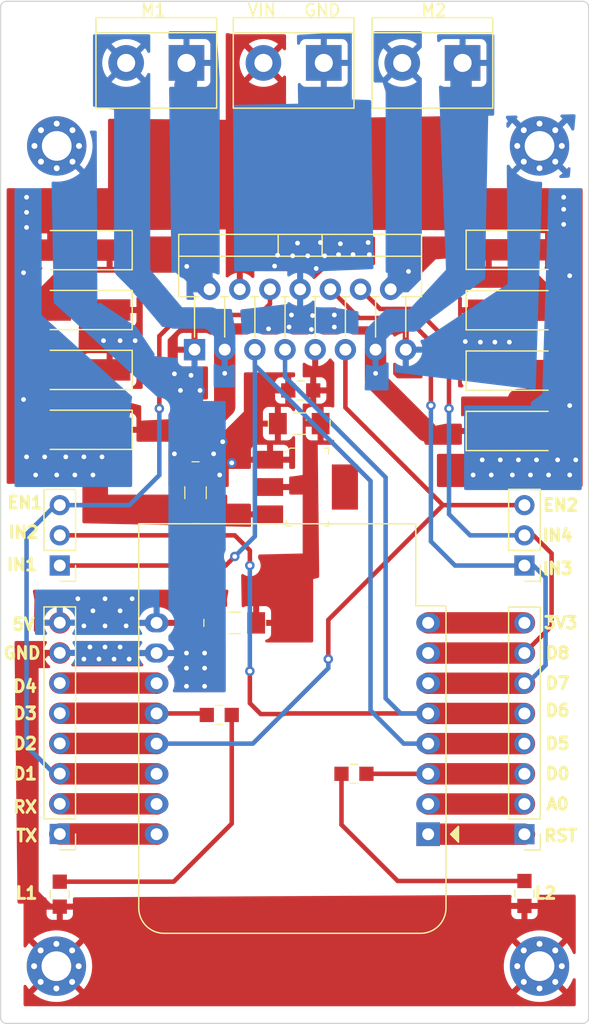
<source format=kicad_pcb>
(kicad_pcb (version 20211014) (generator pcbnew)
  (layers (0 "F.Cu" signal) (31 "B.Cu" signal) (34 "B.Paste" user) (35 "F.Paste" user) (36 "B.SilkS" user "B.Silkscreen") (37 "F.SilkS" user "F.Silkscreen") (38 "B.Mask" user) (39 "F.Mask" user) (44 "Edge.Cuts" user))
  (net 0 "")
  (net 1 "GND")
  (net 2 "5V")
  (net 3 "Net-(D2-Pad1)")
  (net 4 "12_Vin")
  (net 5 "Net-(D4-Pad1)")
  (net 6 "Net-(D6-Pad1)")
  (net 7 "Net-(D8-Pad1)")
  (net 8 "Net-(D10-Pad2)")
  (net 9 "Net-(D11-Pad2)")
  (net 10 "IN1{slash}D5")
  (net 11 "IN2{slash}D6")
  (net 12 "EN1{slash}D1")
  (net 13 "IN3{slash}D7")
  (net 14 "IN4{slash}D8")
  (net 15 "EN2{slash}D2")
  (net 16 "RST")
  (net 17 "A0")
  (net 18 "D0")
  (net 19 "3V3")
  (net 20 "TX")
  (net 21 "RX")
  (net 22 "D3")
  (net 23 "D4")
  (net 24 "5V_MD")
  (footprint "Connector_PinHeader_2.54mm:PinHeader_1x08_P2.54mm_Vertical" (layer "F.Cu") (at 93.98 116.063 180)
    (fp_text reference "J11" hide)
    (fp_text value "Conn_01x08_Female" hide)
  )
  (footprint "digikey-footprints:SOT-223" (layer "F.Cu") (at 114.833 86.868 -90)
    (fp_text reference "U6" hide)
    (fp_text value "AMS1117-5.0" hide)
  )
  (footprint "Diode_SMD:D_SMA_Handsoldering" (layer "F.Cu") (at 132.588 66.91)
    (fp_text reference "D8" hide)
    (fp_text value "DIODE" hide)
  )
  (footprint "TerminalBlock:TerminalBlock_bornier-2_P5.08mm" (layer "F.Cu") (at 116.205 51.181 180)
    (fp_text reference "J13" hide)
    (fp_text value "Screw_Terminal_01x02" hide)
  )
  (footprint "Diode_SMD:D_SMA_Handsoldering" (layer "F.Cu") (at 95.678 82.05169 180)
    (fp_text reference "D4" hide)
    (fp_text value "DIODE" hide)
  )
  (footprint "Diode_SMD:D_SMA_Handsoldering" (layer "F.Cu") (at 132.588 82.15)
    (fp_text reference "D6" hide)
    (fp_text value "DIODE" hide)
  )
  (footprint "Module:WEMOS_D1_mini_light" (layer "F.Cu") (at 124.991 116.078 180)
    (fp_text reference "U4" hide)
    (fp_text value "WeMos_D1_mini" hide)
  )
  (footprint "Package_TO_SOT_THT:TO-220-15_P2.54x2.54mm_StaggerOdd_Lead4.58mm_Vertical" (layer "F.Cu") (at 105.325 75.309)
    (fp_text reference "U2" hide)
    (fp_text value "L298N" hide)
  )
  (footprint "MountingHole:MountingHole_2.5mm_Pad_Via" (layer "F.Cu") (at 134.366 58.166)
    (fp_text reference "REF**" hide)
    (fp_text value "MountingHole_2.5mm_Pad_Via" hide)
  )
  (footprint "digikey-footprints:0805" (layer "F.Cu") (at 107.408 106.045 180)
    (fp_text reference "R12" hide)
    (fp_text value "1k" hide)
  )
  (footprint "MountingHole:MountingHole_2.5mm_Pad_Via" (layer "F.Cu") (at 134.366 127.182825)
    (fp_text reference "REF**" hide)
    (fp_text value "MountingHole_2.5mm_Pad_Via" hide)
  )
  (footprint "Diode_SMD:D_SMA_Handsoldering" (layer "F.Cu") (at 132.588 71.99)
    (fp_text reference "D9" hide)
    (fp_text value "DIODE" hide)
  )
  (footprint "Diode_SMD:D_SMA_Handsoldering" (layer "F.Cu") (at 95.678 71.97323 180)
    (fp_text reference "D3" hide)
    (fp_text value "DIODE" hide)
  )
  (footprint "MountingHole:MountingHole_2.5mm_Pad_Via" (layer "F.Cu") (at 93.696 127.182825)
    (fp_text reference "REF**" hide)
    (fp_text value "MountingHole_2.5mm_Pad_Via" hide)
  )
  (footprint "digikey-footprints:1206" (layer "F.Cu") (at 114.139 81.534 180)
    (fp_text reference "C7" hide)
    (fp_text value "47uF" hide)
  )
  (footprint "Connector_PinHeader_2.54mm:PinHeader_1x08_P2.54mm_Vertical" (layer "F.Cu") (at 133.096 116.078 180)
    (fp_text reference "J8" hide)
    (fp_text value "Conn_01x08_Female" hide)
  )
  (footprint "Connector_PinHeader_2.54mm:PinHeader_1x03_P2.54mm_Vertical" (layer "F.Cu") (at 133.096 93.472 180)
    (fp_text reference "J4" hide)
    (fp_text value "Conn_01x03_Male" hide)
  )
  (footprint "digikey-footprints:0805" (layer "F.Cu") (at 133.096 121.065 90)
    (fp_text reference "D10" hide)
    (fp_text value "LED" hide)
  )
  (footprint "Diode_SMD:D_SMA_Handsoldering" (layer "F.Cu") (at 132.588 77.07)
    (fp_text reference "D7" hide)
    (fp_text value "DIODE" hide)
  )
  (footprint "Connector_PinHeader_2.54mm:PinHeader_1x03_P2.54mm_Vertical" (layer "F.Cu") (at 93.98 93.472 180)
    (fp_text reference "J3" hide)
    (fp_text value "Conn_01x03_Male" hide)
  )
  (footprint "digikey-footprints:1206" (layer "F.Cu") (at 105.41 87.342 90)
    (fp_text reference "C9" hide)
    (fp_text value "47uF" hide)
  )
  (footprint "digikey-footprints:0805" (layer "F.Cu") (at 114.266 78.74 180)
    (fp_text reference "C8" hide)
    (fp_text value "100nF" hide)
  )
  (footprint "TerminalBlock:TerminalBlock_bornier-2_P5.08mm" (layer "F.Cu") (at 127.889 51.181 180)
    (fp_text reference "J7" hide)
    (fp_text value "M2" hide)
  )
  (footprint "MountingHole:MountingHole_2.5mm_Pad_Via" (layer "F.Cu") (at 93.726 58.166)
    (fp_text reference "REF**" hide)
    (fp_text value "MountingHole_2.5mm_Pad_Via" hide)
  )
  (footprint "digikey-footprints:1206" (layer "F.Cu") (at 108.712 98.298 180)
    (fp_text reference "F2" hide)
    (fp_text value "Fuse" hide)
  )
  (footprint "digikey-footprints:0805" (layer "F.Cu") (at 118.745 110.998)
    (fp_text reference "R11" hide)
    (fp_text value "1k" hide)
  )
  (footprint "TerminalBlock:TerminalBlock_bornier-2_P5.08mm" (layer "F.Cu") (at 104.648 51.181 180)
    (fp_text reference "J6" hide)
    (fp_text value "M1" hide)
  )
  (footprint "Diode_SMD:D_SMA_Handsoldering" (layer "F.Cu") (at 95.678 66.934 180)
    (fp_text reference "D2" hide)
    (fp_text value "DIODE" hide)
  )
  (footprint "Diode_SMD:D_SMA_Handsoldering" (layer "F.Cu") (at 95.678 77.01246 180)
    (fp_text reference "D5" hide)
    (fp_text value "DIODE" hide)
  )
  (footprint "digikey-footprints:0805" (layer "F.Cu") (at 93.98 121.124 90)
    (fp_text reference "D11" hide)
    (fp_text value "LED" hide)
  )
  (gr_line (start 138.5 99.5) (end 138.5 111) (layer "Edge.Cuts") (width 0.1))
  (gr_arc (start 89 46.5) (mid 89.146447 46.146447) (end 89.5 46) (layer "Edge.Cuts") (width 0.1))
  (gr_line (start 138.5 123) (end 138.5 131.5) (layer "Edge.Cuts") (width 0.1))
  (gr_arc (start 138.5 131.5) (mid 138.353553 131.853553) (end 138 132) (layer "Edge.Cuts") (width 0.1))
  (gr_line (start 138.5 63.5) (end 138.5 77) (layer "Edge.Cuts") (width 0.1))
  (gr_line (start 138.5 77) (end 138.5 88) (layer "Edge.Cuts") (width 0.1))
  (gr_line (start 138.5 111) (end 138.5 123) (layer "Edge.Cuts") (width 0.1))
  (gr_line (start 134 132) (end 138 132) (layer "Edge.Cuts") (width 0.1))
  (gr_line (start 138.5 88) (end 138.5 99.5) (layer "Edge.Cuts") (width 0.1))
  (gr_arc (start 138 46) (mid 138.353553 46.146447) (end 138.5 46.5) (layer "Edge.Cuts") (width 0.1))
  (gr_line (start 89.5 132) (end 91 132) (layer "Edge.Cuts") (width 0.1))
  (gr_line (start 134 132) (end 121 132) (layer "Edge.Cuts") (width 0.1))
  (gr_line (start 138.5 51) (end 138.5 46.5) (layer "Edge.Cuts") (width 0.1))
  (gr_line (start 89 131.5) (end 89 130.5) (layer "Edge.Cuts") (width 0.1))
  (gr_line (start 105 132) (end 121 132) (layer "Edge.Cuts") (width 0.1))
  (gr_line (start 89 46.5) (end 89 130.5) (layer "Edge.Cuts") (width 0.1))
  (gr_arc (start 89.5 132) (mid 89.146447 131.853553) (end 89 131.5) (layer "Edge.Cuts") (width 0.1))
  (gr_line (start 91 132) (end 105 132) (layer "Edge.Cuts") (width 0.1))
  (gr_line (start 138 46) (end 89.5 46) (layer "Edge.Cuts") (width 0.1))
  (gr_line (start 138.5 51) (end 138.5 63.5) (layer "Edge.Cuts") (width 0.1))
  (gr_text "VIN\n" (at 110.998 46.736) (layer "F.SilkS") (effects (font (size 1 1))))
  (gr_text "A0" (at 135.89 113.538) (layer "F.SilkS") (effects (font (size 1 1) (thickness 0.25))))
  (gr_text "5V" (at 90.932 98.425) (layer "F.SilkS") (effects (font (size 1 1) (thickness 0.25))))
  (gr_text "D1" (at 91.059 110.998) (layer "F.SilkS") (effects (font (size 1 1) (thickness 0.25))))
  (gr_text "M1" (at 101.854 46.736) (layer "F.SilkS") (effects (font (size 1 1))))
  (gr_text "M2\n" (at 125.476 46.736) (layer "F.SilkS") (effects (font (size 1 1))))
  (gr_text "L2" (at 134.874 121.031) (layer "F.SilkS") (effects (font (size 1 1) (thickness 0.25))))
  (gr_text "D8\n" (at 135.89 100.838) (layer "F.SilkS") (effects (font (size 1 1) (thickness 0.25))))
  (gr_text "GND\n" (at 116.078 46.736) (layer "F.SilkS") (effects (font (size 1 1))))
  (gr_text "TX" (at 91.186 116.205) (layer "F.SilkS") (effects (font (size 1 1) (thickness 0.25))))
  (gr_text "IN3\n" (at 135.89 93.726) (layer "F.SilkS") (effects (font (size 1 1) (thickness 0.25))))
  (gr_text "EN1\n" (at 91.06 88.178) (layer "F.SilkS") (effects (font (size 1 1) (thickness 0.25))))
  (gr_text "D6\n" (at 135.89 105.664) (layer "F.SilkS") (effects (font (size 1 1) (thickness 0.25))))
  (gr_text "D7\n" (at 135.89 103.378) (layer "F.SilkS") (effects (font (size 1 1) (thickness 0.25))))
  (gr_text "D4" (at 91.059 103.632) (layer "F.SilkS") (effects (font (size 1 1) (thickness 0.25))))
  (gr_text "RST" (at 136.144 116.205) (layer "F.SilkS") (effects (font (size 1 1) (thickness 0.25))))
  (gr_text "IN2\n" (at 90.932 90.678) (layer "F.SilkS") (effects (font (size 1 1) (thickness 0.25))))
  (gr_text "L1" (at 91.186 121.031) (layer "F.SilkS") (effects (font (size 1 1) (thickness 0.25))))
  (gr_text "3V3" (at 136.144 98.298) (layer "F.SilkS") (effects (font (size 1 1) (thickness 0.25))))
  (gr_text "IN4\n" (at 135.89 90.932) (layer "F.SilkS") (effects (font (size 1 1) (thickness 0.25))))
  (gr_text "IN1" (at 90.806 93.404) (layer "F.SilkS") (effects (font (size 1 1) (thickness 0.25))))
  (gr_text "D2" (at 91.059 108.458) (layer "F.SilkS") (effects (font (size 1 1) (thickness 0.25))))
  (gr_text "RX" (at 91.059 113.792) (layer "F.SilkS") (effects (font (size 1 1) (thickness 0.25))))
  (gr_text "GND\n" (at 90.805 100.838) (layer "F.SilkS") (effects (font (size 1 1) (thickness 0.25))))
  (gr_text "D0" (at 135.89 110.998) (layer "F.SilkS") (effects (font (size 1 1) (thickness 0.25))))
  (gr_text "EN2" (at 136.144 88.392) (layer "F.SilkS") (effects (font (size 1 1) (thickness 0.25))))
  (gr_text "D3" (at 91.059 105.918) (layer "F.SilkS") (effects (font (size 1 1) (thickness 0.25))))
  (gr_text "D5" (at 135.89 108.458) (layer "F.SilkS") (effects (font (size 1 1) (thickness 0.25))))
  (segment (start 107.696 83.058) (end 109.206 84.568) (width 0.381) (layer "F.Cu") (net 1))
  (segment (start 93.98 100.823) (end 92.979 100.823) (width 0.381) (layer "F.Cu") (net 1))
  (segment (start 93.218 122.174) (end 93.98 122.174) (width 0.381) (layer "F.Cu") (net 1))
  (segment (start 91.9988 101.8032) (end 91.9988 120.9548) (width 0.381) (layer "F.Cu") (net 1))
  (segment (start 109.206 84.568) (end 111.683 84.568) (width 0.381) (layer "F.Cu") (net 1))
  (segment (start 92.979 100.823) (end 91.9988 101.8032) (width 0.381) (layer "F.Cu") (net 1))
  (segment (start 91.9988 120.9548) (end 93.218 122.174) (width 0.381) (layer "F.Cu") (net 1))
  (segment (start 93.995 100.838) (end 93.98 100.823) (width 1.8) (layer "F.Cu") (net 1))
  (segment (start 105.325 75.309) (end 105.325 74.761) (width 0.508) (layer "F.Cu") (net 1))
  (via (at 113.9952 66.3448) (size 0.8) (drill 0.4) (layers "F.Cu" "B.Cu") (net 1))
  (via (at 104.14 78.74) (size 0.8) (drill 0.4) (layers "F.Cu" "B.Cu") (net 1))
  (via (at 106.934 84.074) (size 0.8) (drill 0.4) (layers "F.Cu" "B.Cu") (net 1))
  (via (at 129.3876 74.676) (size 0.8) (drill 0.4) (layers "F.Cu" "B.Cu") (net 1))
  (via (at 105.029 77.47) (size 0.8) (drill 0.4) (layers "F.Cu" "B.Cu") (net 1))
  (via (at 96.012 101.346) (size 0.8) (drill 0.4) (layers "F.Cu" "B.Cu") (net 1))
  (via (at 107.442 85.852) (size 0.8) (drill 0.4) (layers "F.Cu" "B.Cu") (net 1))
  (via (at 97.663 74.549) (size 0.8) (drill 0.4) (layers "F.Cu" "B.Cu") (net 1))
  (via (at 117.094 73.406) (size 0.8) (drill 0.4) (layers "F.Cu" "B.Cu") (net 1))
  (via (at 131.826 74.676) (size 0.8) (drill 0.4) (layers "F.Cu" "B.Cu") (net 1))
  (via (at 106.172 100.838) (size 0.8) (drill 0.4) (layers "F.Cu" "B.Cu") (net 1))
  (via (at 103.632 77.343) (size 0.8) (drill 0.4) (layers "F.Cu" "B.Cu") (net 1))
  (via (at 115.57 68.4784) (size 0.8) (drill 0.4) (layers "F.Cu" "B.Cu") (net 1))
  (via (at 130.6068 74.676) (size 0.8) (drill 0.4) (layers "F.Cu" "B.Cu") (net 1))
  (via (at 115.2652 72.4408) (size 0.8) (drill 0.4) (layers "F.Cu" "B.Cu") (net 1))
  (via (at 99.06 74.549) (size 0.8) (drill 0.4) (layers "F.Cu" "B.Cu") (net 1))
  (via (at 114.8588 67.4116) (size 0.8) (drill 0.4) (layers "F.Cu" "B.Cu") (net 1))
  (via (at 104.648 102.108) (size 0.8) (drill 0.4) (layers "F.Cu" "B.Cu") (net 1))
  (via (at 97.79 100.33) (size 0.8) (drill 0.4) (layers "F.Cu" "B.Cu") (net 1))
  (via (at 105.791 78.74) (size 0.8) (drill 0.4) (layers "F.Cu" "B.Cu") (net 1))
  (via (at 112.0648 68.2752) (size 0.8) (drill 0.4) (layers "F.Cu" "B.Cu") (net 1))
  (via (at 120.0404 67.31) (size 0.8) (drill 0.4) (layers "F.Cu" "B.Cu") (net 1))
  (via (at 112.3188 67.3608) (size 0.8) (drill 0.4) (layers "F.Cu" "B.Cu") (net 1))
  (via (at 99.06 100.33) (size 0.8) (drill 0.4) (layers "F.Cu" "B.Cu") (net 1))
  (via (at 106.172 102.108) (size 0.8) (drill 0.4) (layers "F.Cu" "B.Cu") (net 1))
  (via (at 99.822 101.346) (size 0.8) (drill 0.4) (layers "F.Cu" "B.Cu") (net 1))
  (via (at 98.552 101.346) (size 0.8) (drill 0.4) (layers "F.Cu" "B.Cu") (net 1))
  (via (at 116.2812 67.4116) (size 0.8) (drill 0.4) (layers "F.Cu" "B.Cu") (net 1))
  (via (at 100.33 74.549) (size 0.8) (drill 0.4) (layers "F.Cu" "B.Cu") (net 1))
  (via (at 113.5888 67.4116) (size 0.8) (drill 0.4) (layers "F.Cu" "B.Cu") (net 1))
  (via (at 104.648 103.632) (size 0.8) (drill 0.4) (layers "F.Cu" "B.Cu") (net 1))
  (via (at 107.696 83.058) (size 0.8) (drill 0.4) (layers "F.Cu" "B.Cu") (net 1))
  (via (at 117.602 66.3956) (size 0.8) (drill 0.4) (layers "F.Cu" "B.Cu") (net 1))
  (via (at 117.094 72.39) (size 0.8) (drill 0.4) (layers "F.Cu" "B.Cu") (net 1))
  (via (at 115.9256 66.294) (size 0.8) (drill 0.4) (layers "F.Cu" "B.Cu") (net 1))
  (via (at 111.5568 73.5584) (size 0.8) (drill 0.4) (layers "F.Cu" "B.Cu") (net 1))
  (via (at 119.9388 66.294) (size 0.8) (drill 0.4) (layers "F.Cu" "B.Cu") (net 1))
  (via (at 104.648 100.838) (size 0.8) (drill 0.4) (layers "F.Cu" "B.Cu") (net 1))
  (via (at 97.282 101.346) (size 0.8) (drill 0.4) (layers "F.Cu" "B.Cu") (net 1))
  (via (at 113.284 73.406) (size 0.8) (drill 0.4) (layers "F.Cu" "B.Cu") (net 1))
  (via (at 106.172 103.632) (size 0.8) (drill 0.4) (layers "F.Cu" "B.Cu") (net 1))
  (via (at 113.4872 72.39) (size 0.8) (drill 0.4) (layers "F.Cu" "B.Cu") (net 1))
  (via (at 108.458 84.836) (size 0.8) (drill 0.4) (layers "F.Cu" "B.Cu") (net 1))
  (via (at 117.4496 67.31) (size 0.8) (drill 0.4) (layers "F.Cu" "B.Cu") (net 1))
  (via (at 103.632 84.074) (size 0.8) (drill 0.4) (layers "F.Cu" "B.Cu") (net 1))
  (via (at 96.52 100.33) (size 0.8) (drill 0.4) (layers "F.Cu" "B.Cu") (net 1))
  (via (at 128.1176 74.6252) (size 0.8) (drill 0.4) (layers "F.Cu" "B.Cu") (net 1))
  (via (at 118.6688 67.31) (size 0.8) (drill 0.4) (layers "F.Cu" "B.Cu") (net 1))
  (via (at 115.1636 73.6092) (size 0.8) (drill 0.4) (layers "F.Cu" "B.Cu") (net 1))
  (segment (start 116.078 51.308) (end 116.205 51.181) (width 1.8) (layer "B.Cu") (net 1))
  (segment (start 93.995 98.298) (end 93.98 98.283) (width 1.8) (layer "F.Cu") (net 2))
  (via (at 97.79 96.266) (size 0.8) (drill 0.4) (layers "F.Cu" "B.Cu") (net 2))
  (via (at 99.06 97.282) (size 0.8) (drill 0.4) (layers "F.Cu" "B.Cu") (net 2))
  (via (at 96.774 97.282) (size 0.8) (drill 0.4) (layers "F.Cu" "B.Cu") (net 2))
  (via (at 97.79 98.552) (size 0.8) (drill 0.4) (layers "F.Cu" "B.Cu") (net 2))
  (via (at 95.504 96.266) (size 0.8) (drill 0.4) (layers "F.Cu" "B.Cu") (net 2))
  (via (at 99.568 98.552) (size 0.8) (drill 0.4) (layers "F.Cu" "B.Cu") (net 2))
  (via (at 96.012 98.552) (size 0.8) (drill 0.4) (layers "F.Cu" "B.Cu") (net 2))
  (via (at 100.076 96.266) (size 0.8) (drill 0.4) (layers "F.Cu" "B.Cu") (net 2))
  (segment (start 93.178 70.525) (end 94.234 69.469) (width 1.8) (layer "F.Cu") (net 3))
  (segment (start 103.3 66.934) (end 104.67 68.304) (width 1.8) (layer "F.Cu") (net 3))
  (segment (start 98.178 66.934) (end 100.462 66.934) (width 0.381) (layer "F.Cu") (net 3))
  (segment (start 93.178 71.97323) (end 93.178 70.525) (width 1.8) (layer "F.Cu") (net 3))
  (segment (start 104.67 68.304) (end 106.595 70.229) (width 1.8) (layer "F.Cu") (net 3))
  (segment (start 94.234 69.469) (end 95.885 69.469) (width 1.8) (layer "F.Cu") (net 3))
  (via (at 104.67 68.304) (size 0.8) (drill 0.4) (layers "F.Cu" "B.Cu") (net 3))
  (segment (start 104.819 68.453) (end 104.648 68.453) (width 1.8) (layer "B.Cu") (net 3))
  (segment (start 104.648 52.959) (end 104.648 51.181) (width 1.8) (layer "B.Cu") (net 3))
  (segment (start 104.521 53.086) (end 104.648 52.959) (width 1.8) (layer "B.Cu") (net 3))
  (segment (start 104.521 68.326) (end 104.521 53.086) (width 1.8) (layer "B.Cu") (net 3))
  (segment (start 104.648 68.453) (end 104.521 68.326) (width 1.8) (layer "B.Cu") (net 3))
  (segment (start 106.595 70.229) (end 104.819 68.453) (width 1.8) (layer "B.Cu") (net 3))
  (via (at 136.906 85.852) (size 0.8) (drill 0.4) (layers "F.Cu" "B.Cu") (net 4))
  (via (at 90.932 68.834) (size 0.8) (drill 0.4) (layers "F.Cu" "B.Cu") (net 4))
  (via (at 94.488 84.328) (size 0.8) (drill 0.4) (layers "F.Cu" "B.Cu") (net 4))
  (via (at 134.112 84.582) (size 0.8) (drill 0.4) (layers "F.Cu" "B.Cu") (net 4))
  (via (at 91.948 85.852) (size 0.8) (drill 0.4) (layers "F.Cu" "B.Cu") (net 4))
  (via (at 131.064 84.582) (size 0.8) (drill 0.4) (layers "F.Cu" "B.Cu") (net 4))
  (via (at 130.302 85.852) (size 0.8) (drill 0.4) (layers "F.Cu" "B.Cu") (net 4))
  (via (at 136.398 63.5) (size 0.8) (drill 0.4) (layers "F.Cu" "B.Cu") (net 4))
  (via (at 91.186 65.024) (size 0.8) (drill 0.4) (layers "F.Cu" "B.Cu") (net 4))
  (via (at 93.726 85.852) (size 0.8) (drill 0.4) (layers "F.Cu" "B.Cu") (net 4))
  (via (at 135.89 84.582) (size 0.8) (drill 0.4) (layers "F.Cu" "B.Cu") (net 4))
  (via (at 96.012 84.328) (size 0.8) (drill 0.4) (layers "F.Cu" "B.Cu") (net 4))
  (via (at 132.08 85.852) (size 0.8) (drill 0.4) (layers "F.Cu" "B.Cu") (net 4))
  (via (at 132.588 84.582) (size 0.8) (drill 0.4) (layers "F.Cu" "B.Cu") (net 4))
  (via (at 92.71 84.328) (size 0.8) (drill 0.4) (layers "F.Cu" "B.Cu") (net 4))
  (via (at 133.604 85.852) (size 0.8) (drill 0.4) (layers "F.Cu" "B.Cu") (net 4))
  (via (at 91.186 84.328) (size 0.8) (drill 0.4) (layers "F.Cu" "B.Cu") (net 4))
  (via (at 136.906 80.01) (size 0.8) (drill 0.4) (layers "F.Cu" "B.Cu") (net 4))
  (via (at 91.186 63.754) (size 0.8) (drill 0.4) (layers "F.Cu" "B.Cu") (net 4))
  (via (at 90.932 79.502) (size 0.8) (drill 0.4) (layers "F.Cu" "B.Cu") (net 4))
  (via (at 91.186 62.484) (size 0.8) (drill 0.4) (layers "F.Cu" "B.Cu") (net 4))
  (via (at 128.778 85.852) (size 0.8) (drill 0.4) (layers "F.Cu" "B.Cu") (net 4))
  (via (at 137.414 84.582) (size 0.8) (drill 0.4) (layers "F.Cu" "B.Cu") (net 4))
  (via (at 129.54 84.582) (size 0.8) (drill 0.4) (layers "F.Cu" "B.Cu") (net 4))
  (via (at 96.774 85.852) (size 0.8) (drill 0.4) (layers "F.Cu" "B.Cu") (net 4))
  (via (at 97.536 84.328) (size 0.8) (drill 0.4) (layers "F.Cu" "B.Cu") (net 4))
  (via (at 135.128 85.852) (size 0.8) (drill 0.4) (layers "F.Cu" "B.Cu") (net 4))
  (via (at 136.906 69.088) (size 0.8) (drill 0.4) (layers "F.Cu" "B.Cu") (net 4))
  (via (at 136.398 64.77) (size 0.8) (drill 0.4) (layers "F.Cu" "B.Cu") (net 4))
  (via (at 136.398 62.484) (size 0.8) (drill 0.4) (layers "F.Cu" "B.Cu") (net 4))
  (via (at 95.25 85.852) (size 0.8) (drill 0.4) (layers "F.Cu" "B.Cu") (net 4))
  (segment (start 93.178 78.7) (end 94.107 79.629) (width 1.8) (layer "F.Cu") (net 5))
  (segment (start 105.90831 82.05169) (end 107.865 80.095) (width 1.8) (layer "F.Cu") (net 5))
  (segment (start 98.178 82.049) (end 98.178 82.05169) (width 1.8) (layer "F.Cu") (net 5))
  (segment (start 107.865 80.095) (end 107.865 77.301) (width 1.8) (layer "F.Cu") (net 5))
  (segment (start 93.178 77.01246) (end 93.178 78.7) (width 1.8) (layer "F.Cu") (net 5))
  (segment (start 107.865 77.301) (end 107.865 75.309) (width 1.8) (layer "F.Cu") (net 5))
  (segment (start 94.107 79.629) (end 95.758 79.629) (width 1.8) (layer "F.Cu") (net 5))
  (via (at 107.865 77.301) (size 0.8) (drill 0.4) (layers "F.Cu" "B.Cu") (net 5))
  (segment (start 107.865 73.829) (end 106.68 72.644) (width 1.8) (layer "B.Cu") (net 5))
  (segment (start 107.865 75.309) (end 107.865 73.829) (width 1.8) (layer "B.Cu") (net 5))
  (segment (start 103.632 72.644) (end 99.441 68.453) (width 1.8) (layer "B.Cu") (net 5))
  (segment (start 106.68 72.644) (end 103.632 72.644) (width 1.8) (layer "B.Cu") (net 5))
  (segment (start 124.822 82.15) (end 120.565 77.893) (width 1.8) (layer "F.Cu") (net 6))
  (segment (start 120.565 77.301) (end 120.565 75.309) (width 1.8) (layer "F.Cu") (net 6))
  (segment (start 130.088 82.002) (end 130.088 82.15) (width 1.8) (layer "F.Cu") (net 6))
  (segment (start 133.604 79.502) (end 132.588 79.502) (width 1.8) (layer "F.Cu") (net 6))
  (segment (start 120.565 77.893) (end 120.565 77.301) (width 1.8) (layer "F.Cu") (net 6))
  (segment (start 135.088 77.07) (end 135.088 78.018) (width 1.8) (layer "F.Cu") (net 6))
  (segment (start 135.088 78.018) (end 133.604 79.502) (width 1.8) (layer "F.Cu") (net 6))
  (via (at 120.565 77.301) (size 0.8) (drill 0.4) (layers "F.Cu" "B.Cu") (net 6))
  (segment (start 120.565 74.036208) (end 121.703208 72.898) (width 1.8) (layer "B.Cu") (net 6))
  (segment (start 123.698 72.898) (end 127.635 68.961) (width 1.8) (layer "B.Cu") (net 6))
  (segment (start 127.762 51.308) (end 127.889 51.181) (width 1.8) (layer "B.Cu") (net 6))
  (segment (start 127.762 68.834) (end 127.762 51.308) (width 1.8) (layer "B.Cu") (net 6))
  (segment (start 121.703208 72.898) (end 123.698 72.898) (width 1.8) (layer "B.Cu") (net 6))
  (segment (start 120.565 75.309) (end 120.565 74.036208) (width 1.8) (layer "B.Cu") (net 6))
  (segment (start 135.088 71.08) (end 135.088 71.99) (width 1.8) (layer "F.Cu") (net 7))
  (segment (start 125.154 66.91) (end 123.337 68.727) (width 1.8) (layer "F.Cu") (net 7))
  (segment (start 133.731 69.723) (end 135.088 71.08) (width 1.8) (layer "F.Cu") (net 7))
  (segment (start 131.953 69.723) (end 133.731 69.723) (width 1.8) (layer "F.Cu") (net 7))
  (segment (start 123.337 68.727) (end 121.835 70.229) (width 1.8) (layer "F.Cu") (net 7))
  (via (at 123.337 68.727) (size 0.8) (drill 0.4) (layers "F.Cu" "B.Cu") (net 7))
  (segment (start 121.835 70.229) (end 122.682 69.382) (width 1.8) (layer "B.Cu") (net 7))
  (segment (start 122.682 51.308) (end 122.809 51.181) (width 1.8) (layer "B.Cu") (net 7))
  (segment (start 133.096 120.015) (end 122.428 120.015) (width 0.381) (layer "F.Cu") (net 8))
  (segment (start 122.428 120.015) (end 117.695 115.282) (width 0.381) (layer "F.Cu") (net 8))
  (segment (start 117.695 115.282) (end 117.695 110.998) (width 0.381) (layer "F.Cu") (net 8))
  (segment (start 93.98 120.074) (end 103.573 120.074) (width 0.381) (layer "F.Cu") (net 9))
  (segment (start 103.573 120.074) (end 108.458 115.189) (width 0.381) (layer "F.Cu") (net 9))
  (segment (start 108.458 115.189) (end 108.458 106.045) (width 0.381) (layer "F.Cu") (net 9))
  (segment (start 107.95 93.472) (end 93.98 93.472) (width 0.381) (layer "F.Cu") (net 10))
  (segment (start 108.712 92.71) (end 107.95 93.472) (width 0.381) (layer "F.Cu") (net 10))
  (segment (start 124.991 108.458) (end 133.096 108.458) (width 1.8) (layer "F.Cu") (net 10))
  (via (at 108.712 92.71) (size 0.8) (drill 0.4) (layers "F.Cu" "B.Cu") (net 10))
  (segment (start 110.405 76.623) (end 110.405 75.309) (width 0.381) (layer "B.Cu") (net 10))
  (segment (start 122.936 108.458) (end 120.142 105.664) (width 0.381) (layer "B.Cu") (net 10))
  (segment (start 120.142 105.664) (end 120.142 86.36) (width 0.381) (layer "B.Cu") (net 10))
  (segment (start 124.991 108.458) (end 122.936 108.458) (width 0.381) (layer "B.Cu") (net 10))
  (segment (start 110.405 91.017) (end 110.405 75.309) (width 0.381) (layer "B.Cu") (net 10))
  (segment (start 108.712 92.71) (end 110.405 91.017) (width 0.381) (layer "B.Cu") (net 10))
  (segment (start 120.142 86.36) (end 110.405 76.623) (width 0.381) (layer "B.Cu") (net 10))
  (segment (start 124.991 105.918) (end 133.096 105.918) (width 1.8) (layer "F.Cu") (net 11))
  (segment (start 124.991 105.918) (end 112.8776 105.918) (width 0.381) (layer "F.Cu") (net 11))
  (segment (start 109.982 105.0544) (end 109.982 102.362) (width 0.381) (layer "F.Cu") (net 11))
  (segment (start 112.8268 105.9688) (end 110.8964 105.9688) (width 0.381) (layer "F.Cu") (net 11))
  (segment (start 112.8776 105.918) (end 112.8268 105.9688) (width 0.381) (layer "F.Cu") (net 11))
  (segment (start 109.982 93.472) (end 109.982 92.202) (width 0.381) (layer "F.Cu") (net 11))
  (segment (start 108.712 90.932) (end 93.98 90.932) (width 0.381) (layer "F.Cu") (net 11))
  (segment (start 110.8964 105.9688) (end 109.982 105.0544) (width 0.381) (layer "F.Cu") (net 11))
  (segment (start 109.982 92.202) (end 108.712 90.932) (width 0.381) (layer "F.Cu") (net 11))
  (via (at 109.982 102.362) (size 0.8) (drill 0.4) (layers "F.Cu" "B.Cu") (net 11))
  (via (at 109.982 93.472) (size 0.8) (drill 0.4) (layers "F.Cu" "B.Cu") (net 11))
  (segment (start 124.991 105.918) (end 122.682 105.918) (width 0.381) (layer "B.Cu") (net 11))
  (segment (start 122.682 105.918) (end 121.412 104.648) (width 0.381) (layer "B.Cu") (net 11))
  (segment (start 109.982 93.472) (end 109.982 102.362) (width 0.381) (layer "B.Cu") (net 11))
  (segment (start 121.412 86.0552) (end 112.945 77.5882) (width 0.381) (layer "B.Cu") (net 11))
  (segment (start 112.945 77.5882) (end 112.945 75.309) (width 0.381) (layer "B.Cu") (net 11))
  (segment (start 121.412 104.648) (end 121.412 86.0552) (width 0.381) (layer "B.Cu") (net 11))
  (segment (start 104.14 72.39) (end 102.362 74.168) (width 0.381) (layer "F.Cu") (net 12))
  (segment (start 111.675 70.229) (end 111.675 71.459) (width 0.381) (layer "F.Cu") (net 12))
  (segment (start 102.362 74.168) (end 102.362 80.264) (width 0.381) (layer "F.Cu") (net 12))
  (segment (start 110.744 72.39) (end 104.14 72.39) (width 0.381) (layer "F.Cu") (net 12))
  (segment (start 111.675 71.459) (end 110.998 72.136) (width 0.381) (layer "F.Cu") (net 12))
  (segment (start 93.995 110.998) (end 93.98 110.983) (width 1.8) (layer "F.Cu") (net 12))
  (segment (start 110.998 72.136) (end 110.744 72.39) (width 0.381) (layer "F.Cu") (net 12))
  (segment (start 102.131 110.998) (end 93.995 110.998) (width 1.8) (layer "F.Cu") (net 12))
  (via (at 102.362 80.264) (size 0.8) (drill 0.4) (layers "F.Cu" "B.Cu") (net 12))
  (segment (start 99.837 88.392) (end 93.98 88.392) (width 0.381) (layer "B.Cu") (net 12))
  (segment (start 102.362 80.264) (end 102.362 85.867) (width 0.381) (layer "B.Cu") (net 12))
  (segment (start 93.5078 110.983) (end 93.98 110.983) (width 0.381) (layer "B.Cu") (net 12))
  (segment (start 91.186 108.6612) (end 93.5078 110.983) (width 0.381) (layer "B.Cu") (net 12))
  (segment (start 102.362 85.867) (end 99.837 88.392) (width 0.381) (layer "B.Cu") (net 12))
  (segment (start 93.6244 88.392) (end 91.186 90.8304) (width 0.381) (layer "B.Cu") (net 12))
  (segment (start 91.186 90.8304) (end 91.186 108.6612) (width 0.381) (layer "B.Cu") (net 12))
  (segment (start 93.98 88.392) (end 93.6244 88.392) (width 0.381) (layer "B.Cu") (net 12))
  (segment (start 119.17 72.644) (end 123.19 72.644) (width 0.381) (layer "F.Cu") (net 13))
  (segment (start 125.222 74.676) (end 125.222 80.01) (width 0.381) (layer "F.Cu") (net 13))
  (segment (start 124.991 103.378) (end 133.096 103.378) (width 1.8) (layer "F.Cu") (net 13))
  (segment (start 116.755 70.229) (end 119.17 72.644) (width 0.381) (layer "F.Cu") (net 13))
  (segment (start 123.19 72.644) (end 125.222 74.676) (width 0.381) (layer "F.Cu") (net 13))
  (via (at 125.222 80.01) (size 0.8) (drill 0.4) (layers "F.Cu" "B.Cu") (net 13))
  (segment (start 133.858 93.472) (end 134.874 94.488) (width 0.381) (layer "B.Cu") (net 13))
  (segment (start 134.874 94.488) (end 134.874 101.854) (width 0.381) (layer "B.Cu") (net 13))
  (segment (start 127.254 93.472) (end 133.858 93.472) (width 0.381) (layer "B.Cu") (net 13))
  (segment (start 125.222 91.44) (end 127.254 93.472) (width 0.381) (layer "B.Cu") (net 13))
  (segment (start 134.874 101.854) (end 133.35 103.378) (width 0.381) (layer "B.Cu") (net 13))
  (segment (start 125.222 80.01) (end 125.222 91.44) (width 0.381) (layer "B.Cu") (net 13))
  (segment (start 133.858 90.932) (end 133.096 90.932) (width 0.381) (layer "F.Cu") (net 14))
  (segment (start 124.991 100.838) (end 133.096 100.838) (width 1.8) (layer "F.Cu") (net 14))
  (segment (start 120.948 71.882) (end 123.952 71.882) (width 0.381) (layer "F.Cu") (net 14))
  (segment (start 119.295 70.229) (end 120.948 71.882) (width 0.381) (layer "F.Cu") (net 14))
  (segment (start 123.952 71.882) (end 126.746 74.676) (width 0.381) (layer "F.Cu") (net 14))
  (segment (start 135.382 98.552) (end 135.382 92.456) (width 0.381) (layer "F.Cu") (net 14))
  (segment (start 135.382 92.456) (end 133.858 90.932) (width 0.381) (layer "F.Cu") (net 14))
  (segment (start 133.096 100.838) (end 135.382 98.552) (width 0.381) (layer "F.Cu") (net 14))
  (segment (start 126.746 74.676) (end 126.746 80.264) (width 0.381) (layer "F.Cu") (net 14))
  (via (at 126.746 80.264) (size 0.8) (drill 0.4) (layers "F.Cu" "B.Cu") (net 14))
  (segment (start 128.524 90.932) (end 133.096 90.932) (width 0.381) (layer "B.Cu") (net 14))
  (segment (start 126.746 80.264) (end 126.746 89.154) (width 0.381) (layer "B.Cu") (net 14))
  (segment (start 126.746 89.154) (end 128.524 90.932) (width 0.381) (layer "B.Cu") (net 14))
  (segment (start 116.586 101.346) (end 116.586 98.044) (width 0.381) (layer "F.Cu") (net 15))
  (segment (start 93.98 108.443) (end 102.116 108.443) (width 1.8) (layer "F.Cu") (net 15))
  (segment (start 116.586 98.044) (end 126.238 88.392) (width 0.381) (layer "F.Cu") (net 15))
  (segment (start 126.238 88.392) (end 133.096 88.392) (width 0.381) (layer "F.Cu") (net 15))
  (segment (start 118.025 80.179) (end 126.238 88.392) (width 0.381) (layer "F.Cu") (net 15))
  (segment (start 102.116 108.443) (end 102.131 108.458) (width 1.8) (layer "F.Cu") (net 15))
  (segment (start 118.025 75.309) (end 118.025 80.179) (width 0.381) (layer "F.Cu") (net 15))
  (via (at 116.586 101.346) (size 0.8) (drill 0.4) (layers "F.Cu" "B.Cu") (net 15))
  (segment (start 116.586 101.346) (end 116.586 102.108) (width 0.381) (layer "B.Cu") (net 15))
  (segment (start 116.586 102.108) (end 110.236 108.458) (width 0.381) (layer "B.Cu") (net 15))
  (segment (start 110.236 108.458) (end 102.131 108.458) (width 0.381) (layer "B.Cu") (net 15))
  (segment (start 124.991 116.078) (end 133.096 116.078) (width 1.8) (layer "F.Cu") (net 16))
  (segment (start 124.991 113.538) (end 133.096 113.538) (width 1.8) (layer "F.Cu") (net 17))
  (segment (start 124.991 110.998) (end 133.096 110.998) (width 1.8) (layer "F.Cu") (net 18))
  (segment (start 119.795 110.998) (end 124.991 110.998) (width 0.381) (layer "F.Cu") (net 18))
  (segment (start 124.991 98.298) (end 133.096 98.298) (width 1.8) (layer "F.Cu") (net 19))
  (segment (start 93.98 116.063) (end 102.116 116.063) (width 1.8) (layer "F.Cu") (net 20))
  (segment (start 102.116 116.063) (end 102.131 116.078) (width 1.8) (layer "F.Cu") (net 20))
  (segment (start 102.116 113.523) (end 102.131 113.538) (width 1.8) (layer "F.Cu") (net 21))
  (segment (start 93.98 113.523) (end 102.116 113.523) (width 1.8) (layer "F.Cu") (net 21))
  (segment (start 102.116 105.903) (end 102.131 105.918) (width 1.8) (layer "F.Cu") (net 22))
  (segment (start 102.131 105.918) (end 106.231 105.918) (width 0.381) (layer "F.Cu") (net 22))
  (segment (start 93.98 105.903) (end 102.116 105.903) (width 1.8) (layer "F.Cu") (net 22))
  (segment (start 106.231 105.918) (end 106.358 106.045) (width 0.381) (layer "F.Cu") (net 22))
  (segment (start 102.116 103.363) (end 102.131 103.378) (width 1.8) (layer "F.Cu") (net 23))
  (segment (start 93.98 103.363) (end 102.116 103.363) (width 1.8) (layer "F.Cu") (net 23))
  (zone (net 1) (net_name "GND") (layer "F.Cu") (connect_pads (clearance 0.508)) (min_thickness 0.254) (fill yes (thermal_gap 0.508) (thermal_bridge_width 0.508))
    (polygon (pts (xy 132.4864 78.486) (xy 127.508 78.486) (xy 127.508 70.866) (xy 132.4864 70.866)))
  )
  (zone (net 3) (net_name "Net-(D2-Pad1)") (layer "F.Cu") (connect_pads (clearance 0.508)) (min_thickness 0.254) (fill yes (thermal_gap 0.508) (thermal_bridge_width 0.508))
    (polygon (pts (xy 103.632 68.834) (xy 96.774 68.834) (xy 96.774 69.85) (xy 94.996 69.85) (xy 95.25 68.58) (xy 96.266 68.58) (xy 96.266 65.786) (xy 103.632 65.786)))
  )
  (zone (net 5) (net_name "Net-(D4-Pad1)") (layer "F.Cu") (connect_pads (clearance 0.508)) (min_thickness 0.254) (fill yes (thermal_gap 0.508) (thermal_bridge_width 0.508))
    (polygon (pts (xy 96.52 79.248) (xy 98.806 79.502) (xy 100.838 80.01) (xy 100.838 81.28) (xy 105.918 81.026) (xy 105.918 83.058) (xy 96.012 83.058) (xy 96.012 81.026) (xy 96.012 79.248)))
  )
  (zone (net 6) (net_name "Net-(D6-Pad1)") (layer "F.Cu") (connect_pads (clearance 0.508)) (min_thickness 0.254) (fill yes (thermal_gap 0.508) (thermal_bridge_width 0.508))
    (polygon (pts (xy 132.334 79.248) (xy 132.334 82.804) (xy 132.334 83.312) (xy 124.714 83.312) (xy 124.46 82.296) (xy 125.222 81.788) (xy 126.492 81.534) (xy 127.762 81.534) (xy 127.762 79.248) (xy 131.826 79.248)))
  )
  (zone (net 24) (net_name "5V_MD") (layer "F.Cu") (connect_pads (clearance 0.508)) (min_thickness 0.254) (fill yes (thermal_gap 0.508) (thermal_bridge_width 0.508))
    (polygon (pts (xy 117.094 83.312) (xy 115.697 83.312) (xy 115.824 94.488) (xy 115.316 94.615) (xy 115.316 99.949) (xy 109.347 99.949) (xy 109.22 92.583) (xy 114.427 92.456) (xy 114.427 87.503) (xy 110.363 87.503) (xy 110.363 85.852) (xy 113.538 85.979) (xy 114.427 85.852) (xy 114.427 74.676) (xy 117.094 74.676)))
  )
  (zone (net 7) (net_name "Net-(D8-Pad1)") (layer "F.Cu") (connect_pads (clearance 0.508)) (min_thickness 0.254) (fill yes (thermal_gap 0.508) (thermal_bridge_width 0.508))
    (polygon (pts (xy 131.826 70.104) (xy 127.508 70.104) (xy 127.508 67.564) (xy 124.206 67.818) (xy 124.46 65.786) (xy 131.826 65.786)))
  )
  (zone (net 4) (net_name "12_Vin") (layer "F.Cu") (connect_pads (clearance 0.508)) (min_thickness 0.254) (fill yes (thermal_gap 0.508) (thermal_bridge_width 0.508))
    (polygon (pts (xy 108.585 48.768) (xy 113.03 48.768) (xy 113.03 55.886298) (xy 128.778 55.626) (xy 128.778 61.722) (xy 138.049 61.722) (xy 138.049 86.233) (xy 138.176 86.233) (xy 138.176 86.868) (xy 125.73 86.868) (xy 125.73 84.074) (xy 132.842 84.074) (xy 132.842 80.899) (xy 134.747 80.899) (xy 137.16 78.486) (xy 137.16 70.404182) (xy 134.841343 68.507098) (xy 132.461 68.453) (xy 132.461 65.278) (xy 113.03 65.211739) (xy 112.776 65.278) (xy 110.363 66.802) (xy 110.363 71.628) (xy 107.95 71.628) (xy 107.95 65.195963) (xy 95.758 65.278) (xy 95.758 68.072) (xy 92.964 68.072) (xy 90.678 70.358) (xy 90.678 77.978) (xy 92.818085 80.831447) (xy 95.25 80.899) (xy 95.25 83.693) (xy 94.996 83.693) (xy 94.996 83.82) (xy 98.044 83.82) (xy 98.044 87.503) (xy 108.077 87.503) (xy 108.077 88.265) (xy 113.538 88.265) (xy 113.538 90.297) (xy 95.885 89.916) (xy 95.885 86.487) (xy 89.027 86.614) (xy 89.027 82.931) (xy 89.027 82.939659) (xy 89.027 61.722) (xy 98.044 61.722) (xy 98.044 55.88) (xy 107.95 55.970264) (xy 107.95 48.641)))
  )
  (zone (net 2) (net_name "5V") (layer "F.Cu") (connect_pads (clearance 0.508)) (min_thickness 0.254) (fill yes (thermal_gap 0.508) (thermal_bridge_width 0.508))
    (polygon (pts (xy 108.204 99.314) (xy 102.7684 99.314) (xy 91.7956 99.06) (xy 91.8464 96.3676) (xy 91.694 95.504) (xy 108.204 95.504) (xy 108.0516 96.3168)))
  )
  (zone (net 1) (net_name "GND") (layer "F.Cu") (connect_pads (clearance 0.508)) (min_thickness 0.254) (fill yes (thermal_gap 0.508) (thermal_bridge_width 0.508))
    (polygon (pts (xy 120.523 65.786) (xy 120.523 68.199) (xy 116.713 68.199) (xy 115.316 69.469) (xy 115.316 71.755) (xy 117.221 71.755) (xy 118.745 73.279) (xy 123.317 73.279) (xy 124.714 74.803) (xy 124.714 77.724) (xy 122.047 77.724) (xy 122.047 74.041) (xy 106.426 74.041) (xy 106.553 79.502) (xy 102.87 79.502) (xy 102.87 74.295) (xy 104.394 72.898) (xy 111.506 72.898) (xy 113.157 71.755) (xy 113.157 68.707) (xy 110.998 68.707) (xy 110.998 67.31) (xy 113.538 65.786)))
  )
  (zone (net 1) (net_name "GND") (layer "F.Cu") (connect_pads (clearance 0.508)) (min_thickness 0.254) (fill yes (thermal_gap 0.508) (thermal_bridge_width 0.508))
    (polygon (pts (xy 107.95 104.14) (xy 103.124 104.14) (xy 103.124 102.108) (xy 92.202 102.108) (xy 92.202 121.40506) (xy 137.414 121.158) (xy 137.414 130.556) (xy 90.932 130.556) (xy 90.932 121.92) (xy 90.424 121.92) (xy 90.17 99.822) (xy 107.95 99.822)))
  )
  (zone (net 1) (net_name "GND") (layer "F.Cu") (connect_pads (clearance 0.508)) (min_thickness 0.254) (fill yes (thermal_gap 0.508) (thermal_bridge_width 0.508))
    (polygon (pts (xy 100.965 78.613) (xy 95.504 78.613) (xy 95.631 70.866) (xy 100.965 70.866)))
  )
  (zone (net 1) (net_name "GND") (layer "F.Cu") (connect_pads (clearance 0.508)) (min_thickness 0.254) (fill yes (thermal_gap 0.508) (thermal_bridge_width 0.508))
    (polygon (pts (xy 113.792 85.344) (xy 108.204 85.344) (xy 108.204 86.868) (xy 103.124 86.868) (xy 103.124 83.566) (xy 106.426 83.566) (xy 109.474 80.518) (xy 109.474 77.216) (xy 113.792 77.216)))
  )
  (zone (net 1) (net_name "GND") (layer "B.Cu") (connect_pads (clearance 0.508)) (min_thickness 0.254) (fill yes (thermal_gap 0.508) (thermal_bridge_width 0.508))
    (polygon (pts (xy 118.5672 54.2544) (xy 120.1928 54.3052) (xy 120.396 68.5292) (xy 115.4684 68.7324) (xy 115.3668 71.0184) (xy 115.57 71.7296) (xy 117.3988 71.8312) (xy 119.126 72.0852) (xy 119.126 74.0156) (xy 109.3216 74.0156) (xy 109.1692 71.9328) (xy 113.1316 71.4756) (xy 113.1316 68.6816) (xy 108.6612 68.7324) (xy 108.5596 54.7116) (xy 114.046 54.61) (xy 113.9444 48.8188) (xy 118.5672 48.5648)))
  )
  (zone (net 1) (net_name "GND") (layer "B.Cu") (connect_pads (clearance 0.508)) (min_thickness 0.254) (fill yes (thermal_gap 0.508) (thermal_bridge_width 0.508))
    (polygon (pts (xy 136.906 60.833) (xy 134.599898 60.948305) (xy 134.043457 78.678961) (xy 122.174 77.216) (xy 122.174 74.422) (xy 124.576823 74.471813) (xy 131.688823 69.772813) (xy 131.572 56.134) (xy 131.726576 56.140183) (xy 131.445 55.626) (xy 137.414 55.499)))
  )
  (zone (net 6) (net_name "Net-(D6-Pad1)") (layer "B.Cu") (connect_pads (clearance 0.508)) (min_thickness 0.254) (fill yes (thermal_gap 0.508) (thermal_bridge_width 0.508))
    (polygon (pts (xy 130.556 55.626) (xy 130.048 55.626) (xy 129.794 68.072) (xy 129.794 69.342) (xy 123.952 73.66) (xy 121.666 73.914) (xy 121.666 78.74) (xy 119.634 78.74) (xy 119.888 73.914) (xy 121.412 71.882) (xy 123.444 71.882) (xy 126.492 68.58) (xy 125.73 48.768) (xy 130.556 48.768)))
  )
  (zone (net 3) (net_name "Net-(D2-Pad1)") (layer "B.Cu") (connect_pads (clearance 0.508)) (min_thickness 0.254) (fill yes (thermal_gap 0.508) (thermal_bridge_width 0.508))
    (polygon (pts (xy 104.648 71.12) (xy 104.648 68.834) (xy 103.378 68.834) (xy 103.124 48.514) (xy 107.188 48.514) (xy 107.442 52.578) (xy 107.442 71.12)))
  )
  (zone (net 2) (net_name "5V") (layer "B.Cu") (connect_pads (clearance 0.508)) (min_thickness 0.254) (fill yes (thermal_gap 0.508) (thermal_bridge_width 0.508))
    (polygon (pts (xy 102.362 99.314) (xy 91.694 99.314) (xy 91.694 95.504) (xy 102.362 95.504)))
  )
  (zone (net 5) (net_name "Net-(D4-Pad1)") (layer "B.Cu") (connect_pads (clearance 0.508)) (min_thickness 0.254) (fill yes (thermal_gap 0.508) (thermal_bridge_width 0.508))
    (polygon (pts (xy 101.6 68.58) (xy 104.394 71.882) (xy 108.458 71.882) (xy 108.712 73.406) (xy 108.712 78.486) (xy 106.934 78.486) (xy 106.934 73.914) (xy 105.918 73.406) (xy 102.616 73.406) (xy 98.552 68.58) (xy 98.552 55.118) (xy 96.774 54.864) (xy 96.774 48.768) (xy 101.6 48.768)))
  )
  (zone (net 7) (net_name "Net-(D8-Pad1)") (layer "B.Cu") (connect_pads (clearance 0.508)) (min_thickness 0.254) (fill yes (thermal_gap 0.508) (thermal_bridge_width 0.508))
    (polygon (pts (xy 124.46 69.342) (xy 122.936 70.866) (xy 120.904 70.866) (xy 120.904 69.088) (xy 121.412 69.088) (xy 121.412 53.594) (xy 121.158 52.832) (xy 120.396 52.832) (xy 120.396 48.514) (xy 124.46 48.514)))
  )
  (zone (net 4) (net_name "12_Vin") (layer "B.Cu") (connect_pads (clearance 0.508)) (min_thickness 0.254) (fill yes (thermal_gap 0.508) (thermal_bridge_width 0.508))
    (polygon (pts (xy 92.456 72.39) (xy 100.076 79.248) (xy 99.85375 81.026) (xy 100.076 81.026) (xy 100.076 86.868) (xy 90.17 86.868) (xy 90.17 61.722) (xy 92.456 61.722)))
  )
  (zone (net 4) (net_name "12_Vin") (layer "B.Cu") (connect_pads (clearance 0.508)) (min_thickness 0.254) (fill yes (thermal_gap 0.508) (thermal_bridge_width 0.508))
    (polygon (pts (xy 137.922 87.122) (xy 128.016 87.122) (xy 128.016 80.01) (xy 133.6548 80.01) (xy 133.604 79.756) (xy 134.62 78.994) (xy 134.62 78.232) (xy 135.128 61.722) (xy 137.922 61.722)))
  )
  (zone (net 1) (net_name "GND") (layer "B.Cu") (connect_pads (clearance 0.508)) (min_thickness 0.254) (fill yes (thermal_gap 0.508) (thermal_bridge_width 0.508))
    (polygon (pts (xy 97.093202 56.876651) (xy 97.149325 71.425935) (xy 97.409 71.374) (xy 100.457 73.406) (xy 101.981 75.692) (xy 101.92895 75.848151) (xy 106.045 76.2) (xy 106.045 79.629) (xy 107.95 79.629) (xy 107.95 104.14) (xy 103.124 104.14) (xy 103.124 101.854) (xy 92.71 101.854) (xy 92.71 99.822) (xy 103.124 99.822) (xy 103.124 80.137) (xy 93.472 71.374) (xy 93.210647 56.794844)))
  )
)
</source>
